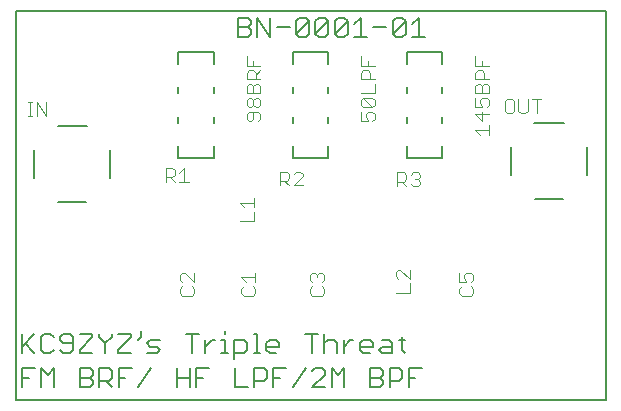
<source format=gto>
G75*
%MOIN*%
%OFA0B0*%
%FSLAX24Y24*%
%IPPOS*%
%LPD*%
%AMOC8*
5,1,8,0,0,1.08239X$1,22.5*
%
%ADD10C,0.0060*%
%ADD11C,0.0050*%
%ADD12C,0.0040*%
%ADD13C,0.0080*%
D10*
X001222Y001584D02*
X001222Y002225D01*
X001649Y002225D01*
X001866Y002225D02*
X002080Y002011D01*
X002293Y002225D01*
X002293Y001584D01*
X001866Y001584D02*
X001866Y002225D01*
X001435Y001904D02*
X001222Y001904D01*
X001202Y002734D02*
X001202Y003374D01*
X001202Y002947D02*
X001629Y003374D01*
X001847Y003267D02*
X001847Y002840D01*
X001953Y002734D01*
X002167Y002734D01*
X002274Y002840D01*
X002491Y002840D02*
X002598Y002734D01*
X002811Y002734D01*
X002918Y002840D01*
X002918Y003267D01*
X002811Y003374D01*
X002598Y003374D01*
X002491Y003267D01*
X002491Y003161D01*
X002598Y003054D01*
X002918Y003054D01*
X003136Y002840D02*
X003136Y002734D01*
X003563Y002734D01*
X003136Y002840D02*
X003563Y003267D01*
X003563Y003374D01*
X003136Y003374D01*
X003780Y003374D02*
X003780Y003267D01*
X003994Y003054D01*
X003994Y002734D01*
X003994Y003054D02*
X004207Y003267D01*
X004207Y003374D01*
X004425Y003374D02*
X004852Y003374D01*
X004852Y003267D01*
X004425Y002840D01*
X004425Y002734D01*
X004852Y002734D01*
X005069Y003161D02*
X005176Y003267D01*
X005176Y003481D01*
X005498Y003161D02*
X005819Y003161D01*
X005712Y002947D02*
X005498Y002947D01*
X005392Y003054D01*
X005498Y003161D01*
X005712Y002947D02*
X005819Y002840D01*
X005712Y002734D01*
X005392Y002734D01*
X005516Y002225D02*
X005089Y001584D01*
X004658Y001904D02*
X004445Y001904D01*
X004227Y001904D02*
X004120Y001798D01*
X003800Y001798D01*
X004014Y001798D02*
X004227Y001584D01*
X004445Y001584D02*
X004445Y002225D01*
X004872Y002225D01*
X004227Y002118D02*
X004227Y001904D01*
X004227Y002118D02*
X004120Y002225D01*
X003800Y002225D01*
X003800Y001584D01*
X003582Y001691D02*
X003476Y001584D01*
X003155Y001584D01*
X003155Y002225D01*
X003476Y002225D01*
X003582Y002118D01*
X003582Y002011D01*
X003476Y001904D01*
X003155Y001904D01*
X003476Y001904D02*
X003582Y001798D01*
X003582Y001691D01*
X001629Y002734D02*
X001309Y003054D01*
X001847Y003267D02*
X001953Y003374D01*
X002167Y003374D01*
X002274Y003267D01*
X006378Y002225D02*
X006378Y001584D01*
X006378Y001904D02*
X006805Y001904D01*
X007023Y001904D02*
X007236Y001904D01*
X007023Y001584D02*
X007023Y002225D01*
X007450Y002225D01*
X007325Y002734D02*
X007325Y003161D01*
X007325Y002947D02*
X007539Y003161D01*
X007646Y003161D01*
X007862Y003161D02*
X007969Y003161D01*
X007969Y002734D01*
X007862Y002734D02*
X008076Y002734D01*
X008292Y002734D02*
X008612Y002734D01*
X008719Y002840D01*
X008719Y003054D01*
X008612Y003161D01*
X008292Y003161D01*
X008292Y002520D01*
X008312Y002225D02*
X008312Y001584D01*
X008739Y001584D01*
X008956Y001584D02*
X008956Y002225D01*
X009277Y002225D01*
X009383Y002118D01*
X009383Y001904D01*
X009277Y001798D01*
X008956Y001798D01*
X009601Y001904D02*
X009814Y001904D01*
X009601Y001584D02*
X009601Y002225D01*
X010028Y002225D01*
X009687Y002734D02*
X009473Y002734D01*
X009366Y002840D01*
X009366Y003054D01*
X009473Y003161D01*
X009687Y003161D01*
X009793Y003054D01*
X009793Y002947D01*
X009366Y002947D01*
X009150Y002734D02*
X008937Y002734D01*
X009043Y002734D02*
X009043Y003374D01*
X008937Y003374D01*
X007969Y003374D02*
X007969Y003481D01*
X007108Y003374D02*
X006681Y003374D01*
X006894Y003374D02*
X006894Y002734D01*
X006805Y002225D02*
X006805Y001584D01*
X010246Y001584D02*
X010673Y002225D01*
X010890Y002118D02*
X010997Y002225D01*
X011210Y002225D01*
X011317Y002118D01*
X011317Y002011D01*
X010890Y001584D01*
X011317Y001584D01*
X011535Y001584D02*
X011535Y002225D01*
X011748Y002011D01*
X011962Y002225D01*
X011962Y001584D01*
X012824Y001584D02*
X012824Y002225D01*
X013144Y002225D01*
X013251Y002118D01*
X013251Y002011D01*
X013144Y001904D01*
X012824Y001904D01*
X013144Y001904D02*
X013251Y001798D01*
X013251Y001691D01*
X013144Y001584D01*
X012824Y001584D01*
X013468Y001584D02*
X013468Y002225D01*
X013789Y002225D01*
X013895Y002118D01*
X013895Y001904D01*
X013789Y001798D01*
X013468Y001798D01*
X014113Y001904D02*
X014326Y001904D01*
X014113Y001584D02*
X014113Y002225D01*
X014540Y002225D01*
X013984Y002734D02*
X013878Y002840D01*
X013878Y003267D01*
X013984Y003161D02*
X013771Y003161D01*
X013553Y003054D02*
X013553Y002734D01*
X013233Y002734D01*
X013126Y002840D01*
X013233Y002947D01*
X013553Y002947D01*
X013553Y003054D02*
X013447Y003161D01*
X013233Y003161D01*
X012909Y003054D02*
X012909Y002947D01*
X012482Y002947D01*
X012482Y002840D02*
X012482Y003054D01*
X012589Y003161D01*
X012802Y003161D01*
X012909Y003054D01*
X012802Y002734D02*
X012589Y002734D01*
X012482Y002840D01*
X012265Y003161D02*
X012158Y003161D01*
X011945Y002947D01*
X011945Y002734D02*
X011945Y003161D01*
X011727Y003054D02*
X011727Y002734D01*
X011727Y003054D02*
X011620Y003161D01*
X011407Y003161D01*
X011300Y003054D01*
X011300Y003374D02*
X011300Y002734D01*
X010869Y002734D02*
X010869Y003374D01*
X010656Y003374D02*
X011083Y003374D01*
X011108Y013269D02*
X011001Y013376D01*
X011428Y013803D01*
X011428Y013376D01*
X011321Y013269D01*
X011108Y013269D01*
X011001Y013376D02*
X011001Y013803D01*
X011108Y013910D01*
X011321Y013910D01*
X011428Y013803D01*
X011645Y013803D02*
X011752Y013910D01*
X011966Y013910D01*
X012072Y013803D01*
X011645Y013376D01*
X011752Y013269D01*
X011966Y013269D01*
X012072Y013376D01*
X012072Y013803D01*
X012290Y013696D02*
X012503Y013910D01*
X012503Y013269D01*
X012290Y013269D02*
X012717Y013269D01*
X012934Y013589D02*
X013361Y013589D01*
X013579Y013376D02*
X014006Y013803D01*
X014006Y013376D01*
X013899Y013269D01*
X013686Y013269D01*
X013579Y013376D01*
X013579Y013803D01*
X013686Y013910D01*
X013899Y013910D01*
X014006Y013803D01*
X014224Y013696D02*
X014437Y013910D01*
X014437Y013269D01*
X014224Y013269D02*
X014651Y013269D01*
X011645Y013376D02*
X011645Y013803D01*
X010783Y013803D02*
X010783Y013376D01*
X010677Y013269D01*
X010463Y013269D01*
X010356Y013376D01*
X010783Y013803D01*
X010677Y013910D01*
X010463Y013910D01*
X010356Y013803D01*
X010356Y013376D01*
X010139Y013589D02*
X009712Y013589D01*
X009494Y013269D02*
X009494Y013910D01*
X009067Y013910D02*
X009494Y013269D01*
X009067Y013269D02*
X009067Y013910D01*
X008850Y013803D02*
X008850Y013696D01*
X008743Y013589D01*
X008423Y013589D01*
X008743Y013589D02*
X008850Y013483D01*
X008850Y013376D01*
X008743Y013269D01*
X008423Y013269D01*
X008423Y013910D01*
X008743Y013910D01*
X008850Y013803D01*
D11*
X001003Y001149D02*
X020688Y001149D01*
X020688Y014141D01*
X001003Y014141D01*
X001003Y001149D01*
X002420Y007763D02*
X003365Y007763D01*
X004152Y008550D02*
X004152Y009495D01*
X003381Y010282D02*
X002404Y010282D01*
X001633Y009495D02*
X001633Y008550D01*
X017526Y008660D02*
X017526Y009605D01*
X018298Y010393D02*
X019274Y010393D01*
X020046Y009605D02*
X020046Y008660D01*
X019259Y007873D02*
X018314Y007873D01*
D12*
X016786Y010009D02*
X016786Y010315D01*
X016786Y010162D02*
X016326Y010162D01*
X016479Y010009D01*
X016556Y010469D02*
X016556Y010776D01*
X016556Y010929D02*
X016326Y010929D01*
X016326Y011236D01*
X016326Y011390D02*
X016326Y011620D01*
X016402Y011697D01*
X016479Y011697D01*
X016556Y011620D01*
X016556Y011390D01*
X016556Y011236D02*
X016709Y011236D01*
X016786Y011159D01*
X016786Y011006D01*
X016709Y010929D01*
X016556Y010929D02*
X016479Y011083D01*
X016479Y011159D01*
X016556Y011236D01*
X016786Y011390D02*
X016326Y011390D01*
X016556Y011620D02*
X016633Y011697D01*
X016709Y011697D01*
X016786Y011620D01*
X016786Y011390D01*
X017306Y011115D02*
X017306Y010808D01*
X017383Y010731D01*
X017536Y010731D01*
X017613Y010808D01*
X017613Y011115D01*
X017536Y011192D01*
X017383Y011192D01*
X017306Y011115D01*
X017767Y011192D02*
X017767Y010808D01*
X017843Y010731D01*
X017997Y010731D01*
X018074Y010808D01*
X018074Y011192D01*
X018227Y011192D02*
X018534Y011192D01*
X018381Y011192D02*
X018381Y010731D01*
X016786Y010699D02*
X016326Y010699D01*
X016556Y010469D01*
X016633Y011850D02*
X016633Y012080D01*
X016556Y012157D01*
X016402Y012157D01*
X016326Y012080D01*
X016326Y011850D01*
X016786Y011850D01*
X016786Y012310D02*
X016326Y012310D01*
X016326Y012617D01*
X016556Y012464D02*
X016556Y012310D01*
X012975Y012310D02*
X012515Y012310D01*
X012515Y012617D01*
X012745Y012464D02*
X012745Y012310D01*
X012745Y012157D02*
X012591Y012157D01*
X012515Y012080D01*
X012515Y011850D01*
X012975Y011850D01*
X012975Y011697D02*
X012975Y011390D01*
X012515Y011390D01*
X012591Y011236D02*
X012898Y010929D01*
X012975Y011006D01*
X012975Y011159D01*
X012898Y011236D01*
X012591Y011236D01*
X012515Y011159D01*
X012515Y011006D01*
X012591Y010929D01*
X012898Y010929D01*
X012898Y010776D02*
X012975Y010699D01*
X012975Y010546D01*
X012898Y010469D01*
X012745Y010469D02*
X012668Y010622D01*
X012668Y010699D01*
X012745Y010776D01*
X012898Y010776D01*
X012515Y010776D02*
X012515Y010469D01*
X012745Y010469D01*
X012821Y011850D02*
X012821Y012080D01*
X012745Y012157D01*
X009164Y012157D02*
X009010Y012004D01*
X009010Y012080D02*
X009010Y011850D01*
X009010Y011697D02*
X009087Y011697D01*
X009164Y011620D01*
X009164Y011390D01*
X008704Y011390D01*
X008704Y011620D01*
X008780Y011697D01*
X008857Y011697D01*
X008934Y011620D01*
X008934Y011390D01*
X009010Y011236D02*
X009087Y011236D01*
X009164Y011159D01*
X009164Y011006D01*
X009087Y010929D01*
X009010Y010929D01*
X008934Y011006D01*
X008934Y011159D01*
X009010Y011236D01*
X008934Y011159D02*
X008857Y011236D01*
X008780Y011236D01*
X008704Y011159D01*
X008704Y011006D01*
X008780Y010929D01*
X008857Y010929D01*
X008934Y011006D01*
X008934Y010776D02*
X008934Y010546D01*
X008857Y010469D01*
X008780Y010469D01*
X008704Y010546D01*
X008704Y010699D01*
X008780Y010776D01*
X009087Y010776D01*
X009164Y010699D01*
X009164Y010546D01*
X009087Y010469D01*
X008934Y011620D02*
X009010Y011697D01*
X009164Y011850D02*
X008704Y011850D01*
X008704Y012080D01*
X008780Y012157D01*
X008934Y012157D01*
X009010Y012080D01*
X008934Y012310D02*
X008934Y012464D01*
X009164Y012310D02*
X008704Y012310D01*
X008704Y012617D01*
X006616Y008895D02*
X006616Y008435D01*
X006463Y008435D02*
X006770Y008435D01*
X006463Y008742D02*
X006616Y008895D01*
X006309Y008818D02*
X006309Y008665D01*
X006233Y008588D01*
X006002Y008588D01*
X006002Y008435D02*
X006002Y008895D01*
X006233Y008895D01*
X006309Y008818D01*
X006156Y008588D02*
X006309Y008435D01*
X008479Y007738D02*
X008939Y007738D01*
X008939Y007891D02*
X008939Y007584D01*
X008939Y007431D02*
X008939Y007124D01*
X008479Y007124D01*
X008632Y007584D02*
X008479Y007738D01*
X009809Y008320D02*
X009809Y008781D01*
X010040Y008781D01*
X010116Y008704D01*
X010116Y008551D01*
X010040Y008474D01*
X009809Y008474D01*
X009963Y008474D02*
X010116Y008320D01*
X010270Y008320D02*
X010577Y008627D01*
X010577Y008704D01*
X010500Y008781D01*
X010347Y008781D01*
X010270Y008704D01*
X010270Y008320D02*
X010577Y008320D01*
X013715Y008289D02*
X013715Y008749D01*
X013945Y008749D01*
X014022Y008673D01*
X014022Y008519D01*
X013945Y008442D01*
X013715Y008442D01*
X013868Y008442D02*
X014022Y008289D01*
X014175Y008366D02*
X014252Y008289D01*
X014406Y008289D01*
X014482Y008366D01*
X014482Y008442D01*
X014406Y008519D01*
X014329Y008519D01*
X014406Y008519D02*
X014482Y008596D01*
X014482Y008673D01*
X014406Y008749D01*
X014252Y008749D01*
X014175Y008673D01*
X014136Y005513D02*
X014136Y005207D01*
X013829Y005513D01*
X013752Y005513D01*
X013676Y005437D01*
X013676Y005283D01*
X013752Y005207D01*
X014136Y005053D02*
X014136Y004746D01*
X013676Y004746D01*
X015796Y004718D02*
X015873Y004641D01*
X016180Y004641D01*
X016257Y004718D01*
X016257Y004871D01*
X016180Y004948D01*
X016180Y005101D02*
X016257Y005178D01*
X016257Y005332D01*
X016180Y005408D01*
X016027Y005408D01*
X015950Y005332D01*
X015950Y005255D01*
X016027Y005101D01*
X015796Y005101D01*
X015796Y005408D01*
X015873Y004948D02*
X015796Y004871D01*
X015796Y004718D01*
X011280Y004718D02*
X011280Y004871D01*
X011204Y004948D01*
X011204Y005101D02*
X011280Y005178D01*
X011280Y005332D01*
X011204Y005408D01*
X011127Y005408D01*
X011050Y005332D01*
X011050Y005255D01*
X011050Y005332D02*
X010974Y005408D01*
X010897Y005408D01*
X010820Y005332D01*
X010820Y005178D01*
X010897Y005101D01*
X010897Y004948D02*
X010820Y004871D01*
X010820Y004718D01*
X010897Y004641D01*
X011204Y004641D01*
X011280Y004718D01*
X008989Y004718D02*
X008989Y004871D01*
X008912Y004948D01*
X008989Y005101D02*
X008989Y005408D01*
X008989Y005255D02*
X008529Y005255D01*
X008682Y005101D01*
X008605Y004948D02*
X008529Y004871D01*
X008529Y004718D01*
X008605Y004641D01*
X008912Y004641D01*
X008989Y004718D01*
X006946Y004718D02*
X006946Y004871D01*
X006869Y004948D01*
X006946Y005101D02*
X006639Y005408D01*
X006562Y005408D01*
X006485Y005332D01*
X006485Y005178D01*
X006562Y005101D01*
X006562Y004948D02*
X006485Y004871D01*
X006485Y004718D01*
X006562Y004641D01*
X006869Y004641D01*
X006946Y004718D01*
X006946Y005101D02*
X006946Y005408D01*
X002026Y010621D02*
X002026Y011082D01*
X001720Y011082D02*
X002026Y010621D01*
X001720Y010621D02*
X001720Y011082D01*
X001566Y011082D02*
X001413Y011082D01*
X001489Y011082D02*
X001489Y010621D01*
X001413Y010621D02*
X001566Y010621D01*
D13*
X006428Y010601D02*
X006428Y010404D01*
X006428Y009617D02*
X006428Y009223D01*
X007609Y009223D01*
X007609Y009617D01*
X007609Y010404D02*
X007609Y010601D01*
X007609Y011389D02*
X007609Y011586D01*
X007609Y012373D02*
X007609Y012767D01*
X006428Y012767D01*
X006428Y012373D01*
X006428Y011586D02*
X006428Y011389D01*
X010239Y011389D02*
X010239Y011586D01*
X010239Y012373D02*
X010239Y012767D01*
X011420Y012767D01*
X011420Y012373D01*
X011420Y011586D02*
X011420Y011389D01*
X011420Y010601D02*
X011420Y010404D01*
X011420Y009617D02*
X011420Y009223D01*
X010239Y009223D01*
X010239Y009617D01*
X010239Y010404D02*
X010239Y010601D01*
X014050Y010601D02*
X014050Y010404D01*
X014050Y009617D02*
X014050Y009223D01*
X015231Y009223D01*
X015231Y009617D01*
X015231Y010404D02*
X015231Y010601D01*
X015231Y011389D02*
X015231Y011586D01*
X015231Y012373D02*
X015231Y012767D01*
X014050Y012767D01*
X014050Y012373D01*
X014050Y011586D02*
X014050Y011389D01*
M02*

</source>
